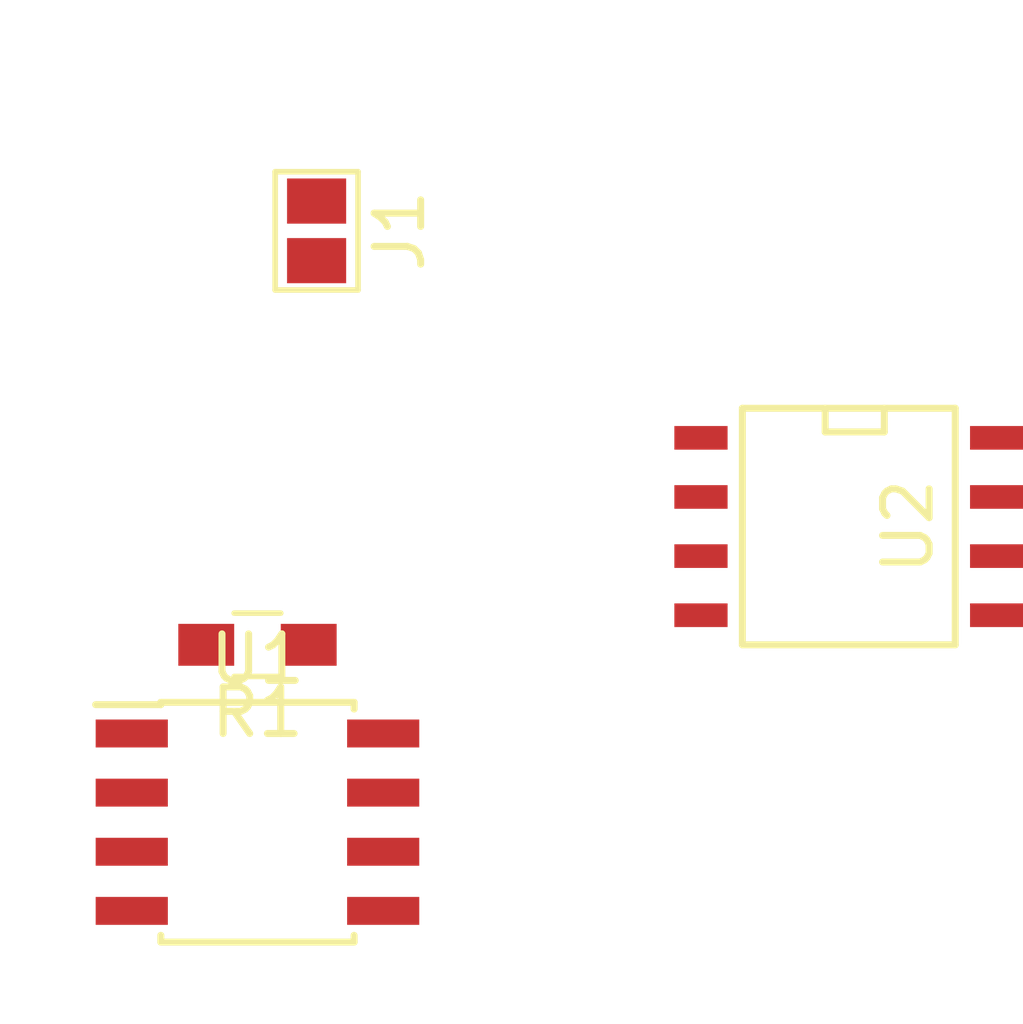
<source format=kicad_pcb>
(kicad_pcb (version 4) (host pcbnew 4.0.6)

  (general
    (links 10)
    (no_connects 10)
    (area 0 0 0 0)
    (thickness 1.6)
    (drawings 0)
    (tracks 0)
    (zones 0)
    (modules 4)
    (nets 11)
  )

  (page A4)
  (layers
    (0 F.Cu signal)
    (31 B.Cu signal)
    (32 B.Adhes user)
    (33 F.Adhes user)
    (34 B.Paste user)
    (35 F.Paste user)
    (36 B.SilkS user)
    (37 F.SilkS user)
    (38 B.Mask user)
    (39 F.Mask user)
    (40 Dwgs.User user)
    (41 Cmts.User user)
    (42 Eco1.User user)
    (43 Eco2.User user)
    (44 Edge.Cuts user)
    (45 Margin user)
    (46 B.CrtYd user)
    (47 F.CrtYd user)
    (48 B.Fab user)
    (49 F.Fab user)
  )

  (setup
    (last_trace_width 0.25)
    (trace_clearance 0.2)
    (zone_clearance 0.508)
    (zone_45_only no)
    (trace_min 0.2)
    (segment_width 0.2)
    (edge_width 0.15)
    (via_size 0.6)
    (via_drill 0.4)
    (via_min_size 0.4)
    (via_min_drill 0.3)
    (uvia_size 0.3)
    (uvia_drill 0.1)
    (uvias_allowed no)
    (uvia_min_size 0.2)
    (uvia_min_drill 0.1)
    (pcb_text_width 0.3)
    (pcb_text_size 1.5 1.5)
    (mod_edge_width 0.15)
    (mod_text_size 1 1)
    (mod_text_width 0.15)
    (pad_size 1.524 1.524)
    (pad_drill 0.762)
    (pad_to_mask_clearance 0.2)
    (aux_axis_origin 0 0)
    (visible_elements FFFFFF7F)
    (pcbplotparams
      (layerselection 0x00030_80000001)
      (usegerberextensions false)
      (excludeedgelayer true)
      (linewidth 0.100000)
      (plotframeref false)
      (viasonmask false)
      (mode 1)
      (useauxorigin false)
      (hpglpennumber 1)
      (hpglpenspeed 20)
      (hpglpendiameter 15)
      (hpglpenoverlay 2)
      (psnegative false)
      (psa4output false)
      (plotreference true)
      (plotvalue true)
      (plotinvisibletext false)
      (padsonsilk false)
      (subtractmaskfromsilk false)
      (outputformat 1)
      (mirror false)
      (drillshape 1)
      (scaleselection 1)
      (outputdirectory ""))
  )

  (net 0 "")
  (net 1 "Net-(J1-Pad1)")
  (net 2 "Net-(J1-Pad2)")
  (net 3 VCC)
  (net 4 "Net-(R1-Pad2)")
  (net 5 IA)
  (net 6 IB)
  (net 7 GND)
  (net 8 "Net-(U1-Pad5)")
  (net 9 "Net-(U1-Pad6)")
  (net 10 "Net-(U1-Pad7)")

  (net_class Default "This is the default net class."
    (clearance 0.2)
    (trace_width 0.25)
    (via_dia 0.6)
    (via_drill 0.4)
    (uvia_dia 0.3)
    (uvia_drill 0.1)
    (add_net GND)
    (add_net IA)
    (add_net IB)
    (add_net "Net-(J1-Pad1)")
    (add_net "Net-(J1-Pad2)")
    (add_net "Net-(R1-Pad2)")
    (add_net "Net-(U1-Pad5)")
    (add_net "Net-(U1-Pad6)")
    (add_net "Net-(U1-Pad7)")
    (add_net VCC)
  )

  (module Connectors:GS2 (layer F.Cu) (tedit 586134A1) (tstamp 5900F837)
    (at 139.7 101.6)
    (descr "2-pin solder bridge")
    (tags "solder bridge")
    (path /5900FB97)
    (attr smd)
    (fp_text reference J1 (at 1.78 0 90) (layer F.SilkS)
      (effects (font (size 1 1) (thickness 0.15)))
    )
    (fp_text value CONN_01X02 (at -1.8 0 90) (layer F.Fab)
      (effects (font (size 1 1) (thickness 0.15)))
    )
    (fp_line (start 1.1 -1.45) (end 1.1 1.5) (layer F.CrtYd) (width 0.05))
    (fp_line (start 1.1 1.5) (end -1.1 1.5) (layer F.CrtYd) (width 0.05))
    (fp_line (start -1.1 1.5) (end -1.1 -1.45) (layer F.CrtYd) (width 0.05))
    (fp_line (start -1.1 -1.45) (end 1.1 -1.45) (layer F.CrtYd) (width 0.05))
    (fp_line (start -0.89 -1.27) (end -0.89 1.27) (layer F.SilkS) (width 0.12))
    (fp_line (start 0.89 1.27) (end 0.89 -1.27) (layer F.SilkS) (width 0.12))
    (fp_line (start 0.89 1.27) (end -0.89 1.27) (layer F.SilkS) (width 0.12))
    (fp_line (start -0.89 -1.27) (end 0.89 -1.27) (layer F.SilkS) (width 0.12))
    (pad 1 smd rect (at 0 -0.64) (size 1.27 0.97) (layers F.Cu F.Paste F.Mask)
      (net 1 "Net-(J1-Pad1)"))
    (pad 2 smd rect (at 0 0.64) (size 1.27 0.97) (layers F.Cu F.Paste F.Mask)
      (net 2 "Net-(J1-Pad2)"))
  )

  (module Resistors_SMD:R_0603_HandSoldering (layer F.Cu) (tedit 58E0A804) (tstamp 5900F83D)
    (at 138.43 110.49 180)
    (descr "Resistor SMD 0603, hand soldering")
    (tags "resistor 0603")
    (path /5900F086)
    (attr smd)
    (fp_text reference R1 (at 0 -1.45 180) (layer F.SilkS)
      (effects (font (size 1 1) (thickness 0.15)))
    )
    (fp_text value 10K (at 0 1.55 180) (layer F.Fab)
      (effects (font (size 1 1) (thickness 0.15)))
    )
    (fp_text user %R (at 0 0 180) (layer F.Fab)
      (effects (font (size 0.5 0.5) (thickness 0.075)))
    )
    (fp_line (start -0.8 0.4) (end -0.8 -0.4) (layer F.Fab) (width 0.1))
    (fp_line (start 0.8 0.4) (end -0.8 0.4) (layer F.Fab) (width 0.1))
    (fp_line (start 0.8 -0.4) (end 0.8 0.4) (layer F.Fab) (width 0.1))
    (fp_line (start -0.8 -0.4) (end 0.8 -0.4) (layer F.Fab) (width 0.1))
    (fp_line (start 0.5 0.68) (end -0.5 0.68) (layer F.SilkS) (width 0.12))
    (fp_line (start -0.5 -0.68) (end 0.5 -0.68) (layer F.SilkS) (width 0.12))
    (fp_line (start -1.96 -0.7) (end 1.95 -0.7) (layer F.CrtYd) (width 0.05))
    (fp_line (start -1.96 -0.7) (end -1.96 0.7) (layer F.CrtYd) (width 0.05))
    (fp_line (start 1.95 0.7) (end 1.95 -0.7) (layer F.CrtYd) (width 0.05))
    (fp_line (start 1.95 0.7) (end -1.96 0.7) (layer F.CrtYd) (width 0.05))
    (pad 1 smd rect (at -1.1 0 180) (size 1.2 0.9) (layers F.Cu F.Paste F.Mask)
      (net 3 VCC))
    (pad 2 smd rect (at 1.1 0 180) (size 1.2 0.9) (layers F.Cu F.Paste F.Mask)
      (net 4 "Net-(R1-Pad2)"))
    (model ${KISYS3DMOD}/Resistors_SMD.3dshapes/R_0603.wrl
      (at (xyz 0 0 0))
      (scale (xyz 1 1 1))
      (rotate (xyz 0 0 0))
    )
  )

  (module Housings_SOIC:SOIC-8_3.9x4.9mm_Pitch1.27mm (layer F.Cu) (tedit 58CD0CDA) (tstamp 5900F849)
    (at 138.43 114.3)
    (descr "8-Lead Plastic Small Outline (SN) - Narrow, 3.90 mm Body [SOIC] (see Microchip Packaging Specification 00000049BS.pdf)")
    (tags "SOIC 1.27")
    (path /5900EEC7)
    (attr smd)
    (fp_text reference U1 (at 0 -3.5) (layer F.SilkS)
      (effects (font (size 1 1) (thickness 0.15)))
    )
    (fp_text value ATTINY15-1SC (at 0 3.5) (layer F.Fab)
      (effects (font (size 1 1) (thickness 0.15)))
    )
    (fp_text user %R (at 0 0) (layer F.Fab)
      (effects (font (size 1 1) (thickness 0.15)))
    )
    (fp_line (start -0.95 -2.45) (end 1.95 -2.45) (layer F.Fab) (width 0.1))
    (fp_line (start 1.95 -2.45) (end 1.95 2.45) (layer F.Fab) (width 0.1))
    (fp_line (start 1.95 2.45) (end -1.95 2.45) (layer F.Fab) (width 0.1))
    (fp_line (start -1.95 2.45) (end -1.95 -1.45) (layer F.Fab) (width 0.1))
    (fp_line (start -1.95 -1.45) (end -0.95 -2.45) (layer F.Fab) (width 0.1))
    (fp_line (start -3.73 -2.7) (end -3.73 2.7) (layer F.CrtYd) (width 0.05))
    (fp_line (start 3.73 -2.7) (end 3.73 2.7) (layer F.CrtYd) (width 0.05))
    (fp_line (start -3.73 -2.7) (end 3.73 -2.7) (layer F.CrtYd) (width 0.05))
    (fp_line (start -3.73 2.7) (end 3.73 2.7) (layer F.CrtYd) (width 0.05))
    (fp_line (start -2.075 -2.575) (end -2.075 -2.525) (layer F.SilkS) (width 0.15))
    (fp_line (start 2.075 -2.575) (end 2.075 -2.43) (layer F.SilkS) (width 0.15))
    (fp_line (start 2.075 2.575) (end 2.075 2.43) (layer F.SilkS) (width 0.15))
    (fp_line (start -2.075 2.575) (end -2.075 2.43) (layer F.SilkS) (width 0.15))
    (fp_line (start -2.075 -2.575) (end 2.075 -2.575) (layer F.SilkS) (width 0.15))
    (fp_line (start -2.075 2.575) (end 2.075 2.575) (layer F.SilkS) (width 0.15))
    (fp_line (start -2.075 -2.525) (end -3.475 -2.525) (layer F.SilkS) (width 0.15))
    (pad 1 smd rect (at -2.7 -1.905) (size 1.55 0.6) (layers F.Cu F.Paste F.Mask)
      (net 4 "Net-(R1-Pad2)"))
    (pad 2 smd rect (at -2.7 -0.635) (size 1.55 0.6) (layers F.Cu F.Paste F.Mask)
      (net 5 IA))
    (pad 3 smd rect (at -2.7 0.635) (size 1.55 0.6) (layers F.Cu F.Paste F.Mask)
      (net 6 IB))
    (pad 4 smd rect (at -2.7 1.905) (size 1.55 0.6) (layers F.Cu F.Paste F.Mask)
      (net 7 GND))
    (pad 5 smd rect (at 2.7 1.905) (size 1.55 0.6) (layers F.Cu F.Paste F.Mask)
      (net 8 "Net-(U1-Pad5)"))
    (pad 6 smd rect (at 2.7 0.635) (size 1.55 0.6) (layers F.Cu F.Paste F.Mask)
      (net 9 "Net-(U1-Pad6)"))
    (pad 7 smd rect (at 2.7 -0.635) (size 1.55 0.6) (layers F.Cu F.Paste F.Mask)
      (net 10 "Net-(U1-Pad7)"))
    (pad 8 smd rect (at 2.7 -1.905) (size 1.55 0.6) (layers F.Cu F.Paste F.Mask)
      (net 3 VCC))
    (model Housings_SOIC.3dshapes/SOIC-8_3.9x4.9mm_Pitch1.27mm.wrl
      (at (xyz 0 0 0))
      (scale (xyz 1 1 1))
      (rotate (xyz 0 0 0))
    )
  )

  (module SMD_Packages:SOIC-8-N (layer F.Cu) (tedit 0) (tstamp 5900F85C)
    (at 151.13 107.95 270)
    (descr "Module Narrow CMS SOJ 8 pins large")
    (tags "CMS SOJ")
    (path /5900F432)
    (attr smd)
    (fp_text reference U2 (at 0 -1.27 270) (layer F.SilkS)
      (effects (font (size 1 1) (thickness 0.15)))
    )
    (fp_text value L9110 (at 0 1.27 270) (layer F.Fab)
      (effects (font (size 1 1) (thickness 0.15)))
    )
    (fp_line (start -2.54 -2.286) (end 2.54 -2.286) (layer F.SilkS) (width 0.15))
    (fp_line (start 2.54 -2.286) (end 2.54 2.286) (layer F.SilkS) (width 0.15))
    (fp_line (start 2.54 2.286) (end -2.54 2.286) (layer F.SilkS) (width 0.15))
    (fp_line (start -2.54 2.286) (end -2.54 -2.286) (layer F.SilkS) (width 0.15))
    (fp_line (start -2.54 -0.762) (end -2.032 -0.762) (layer F.SilkS) (width 0.15))
    (fp_line (start -2.032 -0.762) (end -2.032 0.508) (layer F.SilkS) (width 0.15))
    (fp_line (start -2.032 0.508) (end -2.54 0.508) (layer F.SilkS) (width 0.15))
    (pad 8 smd rect (at -1.905 -3.175 270) (size 0.508 1.143) (layers F.Cu F.Paste F.Mask)
      (net 7 GND))
    (pad 7 smd rect (at -0.635 -3.175 270) (size 0.508 1.143) (layers F.Cu F.Paste F.Mask)
      (net 6 IB))
    (pad 6 smd rect (at 0.635 -3.175 270) (size 0.508 1.143) (layers F.Cu F.Paste F.Mask)
      (net 5 IA))
    (pad 5 smd rect (at 1.905 -3.175 270) (size 0.508 1.143) (layers F.Cu F.Paste F.Mask)
      (net 7 GND))
    (pad 4 smd rect (at 1.905 3.175 270) (size 0.508 1.143) (layers F.Cu F.Paste F.Mask)
      (net 1 "Net-(J1-Pad1)"))
    (pad 3 smd rect (at 0.635 3.175 270) (size 0.508 1.143) (layers F.Cu F.Paste F.Mask)
      (net 3 VCC))
    (pad 2 smd rect (at -0.635 3.175 270) (size 0.508 1.143) (layers F.Cu F.Paste F.Mask)
      (net 3 VCC))
    (pad 1 smd rect (at -1.905 3.175 270) (size 0.508 1.143) (layers F.Cu F.Paste F.Mask)
      (net 2 "Net-(J1-Pad2)"))
    (model SMD_Packages.3dshapes/SOIC-8-N.wrl
      (at (xyz 0 0 0))
      (scale (xyz 0.5 0.38 0.5))
      (rotate (xyz 0 0 0))
    )
  )

)

</source>
